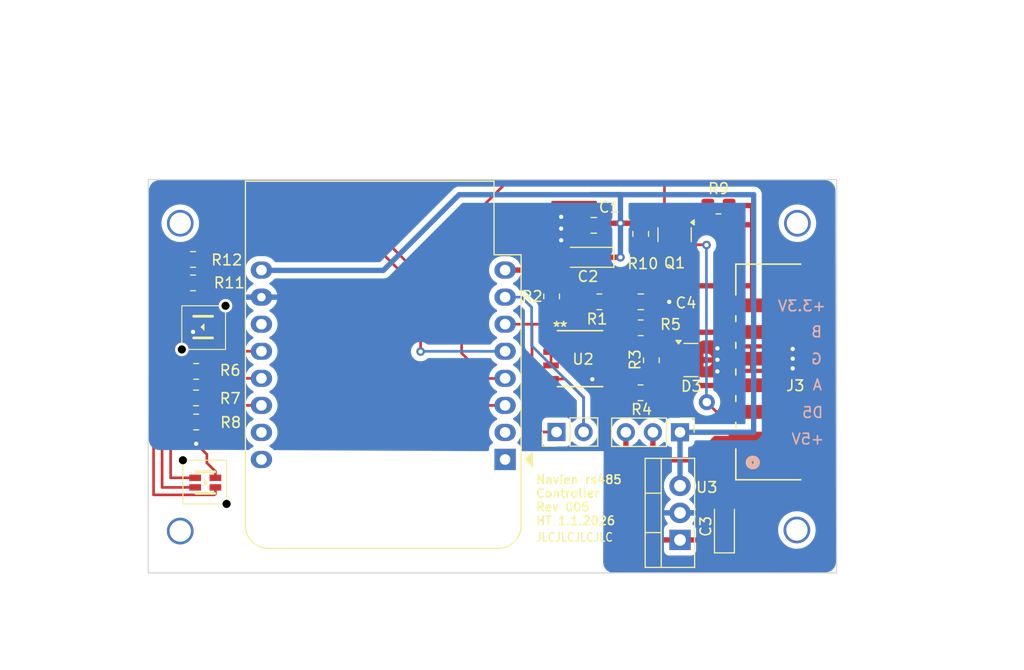
<source format=kicad_pcb>
(kicad_pcb (version 20240108) (generator "pcbnew") (generator_version "8.0")
  (layers (0 "F.Cu" signal) (31 "B.Cu" signal) (34 "B.Paste" user) (35 "F.Paste" user) (36 "B.SilkS" user "B.Silkscreen") (37 "F.SilkS" user "F.Silkscreen") (38 "B.Mask" user) (39 "F.Mask" user) (44 "Edge.Cuts" user))
  (net 0 "")
  (net 1 "+5V")
  (net 2 "GND")
  (net 3 "+3.3V")
  (net 4 "Net-(D3-A2)")
  (net 5 "Net-(D3-A1)")
  (net 6 "Net-(J1-Pin_2)")
  (net 7 "Net-(U2-*RE)")
  (net 8 "Net-(U2-B)")
  (net 9 "Net-(U2-A)")
  (net 12 "Net-(U1-SDA{slash}D2)")
  (net 13 "Net-(D1-R)")
  (net 14 "Net-(D5-R)")
  (net 15 "Net-(U1-D3)")
  (net 17 "Net-(D5-G)")
  (net 19 "/Reg Pin")
  (net 20 "Net-(Q1-D)")
  (net 21 "Net-(Q1-S)")
  (net 22 "Net-(D5-B)")
  (net 23 "Net-(U1-SCL{slash}D1)")
  (net 24 "Net-(U1-MISO{slash}D6)")
  (net 25 "Net-(U1-D0)")
  (net 27 "Net-(D1-G)")
  (net 29 "Net-(J2-Pin_1)")
  (net 30 "Net-(J2-Pin_2)")
  (footprint "Resistor_SMD:R_0805_2012Metric_Pad1.20x1.40mm_HandSolder" (layer "F.Cu") (at 119.4816 90.3224 90)
    (property "Reference" "R3" (at 0.0508 -1.529948 90) (layer "F.SilkS"))
    (property "Value" "120")
    (fp_line (start -0.227064 -0.735) (end 0.227064 -0.735) (stroke (width 0.12)) (layer "F.SilkS"))
    (fp_line (start -0.227064 0.735) (end 0.227064 0.735) (stroke (width 0.12)) (layer "F.SilkS"))
    (pad "1" smd roundrect (at -1 0 90) (size 1.2 1.4) (layers "F.Cu" "F.Paste" "F.Mask") (roundrect_rratio 0.208333) (net 4 "Net-(D3-A2)"))
    (pad "2" smd roundrect (at 1 0 90) (size 1.2 1.4) (layers "F.Cu" "F.Paste" "F.Mask") (roundrect_rratio 0.208333) (net 5 "Net-(D3-A1)"))
  )
  (footprint "Resistor_SMD:R_0805_2012Metric_Pad1.20x1.40mm_HandSolder" (layer "F.Cu") (at 118.482452 78.4552 90)
    (property "Reference" "R10" (at -2.8 0.2 0) (layer "F.SilkS"))
    (property "Value" "120")
    (fp_line (start -0.227064 -0.735) (end 0.227064 -0.735) (stroke (width 0.12)) (layer "F.SilkS"))
    (fp_line (start -0.227064 0.735) (end 0.227064 0.735) (stroke (width 0.12)) (layer "F.SilkS"))
    (pad "1" smd roundrect (at -1 0 90) (size 1.2 1.4) (layers "F.Cu" "F.Paste" "F.Mask") (roundrect_rratio 0.208333) (net 20 "Net-(Q1-D)"))
    (pad "2" smd roundrect (at 1 0 90) (size 1.2 1.4) (layers "F.Cu" "F.Paste" "F.Mask") (roundrect_rratio 0.208333) (net 1 "+5V"))
  )
  (footprint "S6B_XH_SM4_TB:CONN_S6B-XH-SM4-TB_JST" (layer "F.Cu") (at 132.533601 91.417049 90)
    (property "Reference" "J3" (at -1.292951 0.454851 0) (layer "F.SilkS"))
    (property "Value" "S6B-XH-SM4-TB")
    (fp_circle (center -8.5 -3.5) (end -8.119 -3.5) (stroke (width 0.508)) (fill none) (layer "B.SilkS"))
    (fp_line (start 10.1219 -5.1308) (end 7.23044 -5.1308) (stroke (width 0.1524)) (layer "F.SilkS"))
    (fp_line (start 5.26956 -5.1308) (end 4.73044 -5.1308) (stroke (width 0.1524)) (layer "F.SilkS"))
    (fp_line (start 2.76956 -5.1308) (end 2.23044 -5.1308) (stroke (width 0.1524)) (layer "F.SilkS"))
    (fp_line (start 0.26956 -5.1308) (end -0.26956 -5.1308) (stroke (width 0.1524)) (layer "F.SilkS"))
    (fp_line (start -2.23044 -5.1308) (end -2.76956 -5.1308) (stroke (width 0.1524)) (layer "F.SilkS"))
    (fp_line (start -4.73044 -5.1308) (end -5.26956 -5.1308) (stroke (width 0.1524)) (layer "F.SilkS"))
    (fp_line (start -7.23044 -5.1308) (end -10.1219 -5.1308) (stroke (width 0.1524)) (layer "F.SilkS"))
    (fp_line (start -10.1219 -5.1308) (end -10.1219 0.957659) (stroke (width 0.1524)) (layer "F.SilkS"))
    (fp_line (start 10.1219 0.957659) (end 10.1219 -5.1308) (stroke (width 0.1524)) (layer "F.SilkS"))
    (fp_circle (center -8.5 -3.553801) (end -8.119 -3.553801) (stroke (width 0.508)) (fill none) (layer "F.SilkS"))
    (pad "1" smd rect (at -6.25 -3.553801 90) (size 1.2954 4.4958) (layers "F.Cu" "F.Paste" "F.Mask") (net 6 "Net-(J1-Pin_2)"))
    (pad "2" smd rect (at -3.75 -3.553801 90) (size 1.2954 4.4958) (layers "F.Cu" "F.Paste" "F.Mask") (net 20 "Net-(Q1-D)"))
    (pad "3" smd rect (at -1.25 -3.553801 90) (size 1.2954 4.4958) (layers "F.Cu" "F.Paste" "F.Mask") (net 4 "Net-(D3-A2)"))
    (pad "4" smd rect (at 1.25 -3.553801 90) (size 1.2954 4.4958) (layers "F.Cu" "F.Paste" "F.Mask") (net 2 "GND"))
    (pad "5" smd rect (at 3.75 -3.553801 90) (size 1.2954 4.4958) (layers "F.Cu" "F.Paste" "F.Mask") (net 5 "Net-(D3-A1)"))
    (pad "6" smd rect (at 6.25 -3.553801 90) (size 1.2954 4.4958) (layers "F.Cu" "F.Paste" "F.Mask") (net 3 "+3.3V"))
    (pad "7" smd rect (at -9.449999 2.645199 90) (size 1.8034 2.709601) (layers "F.Cu" "F.Paste" "F.Mask"))
    (pad "8" smd rect (at 9.425849 2.645199 90) (size 1.851698 2.709601) (layers "F.Cu" "F.Paste" "F.Mask"))
  )
  (footprint "BIVAR_PIPE:LED-ARRAY-SMD_4P-L1.6-W1.5-BL-FD-WITH-PIPE-1" (layer "F.Cu") (at 77.632452 101.8052 180)
    (property "Reference" "D5" (hide yes))
    (property "Value" "LED_RKGB")
    (fp_line (start -0.889 1.016) (end 0.889 1.016) (stroke (width 0.254)) (layer "F.SilkS"))
    (fp_line (start -0.889 -1.016) (end 0.889 -1.016) (stroke (width 0.254)) (layer "F.SilkS"))
    (fp_rect (start -2 -2) (end 2.1 2.1) (stroke (width 0.1)) (fill none) (layer "F.SilkS"))
    (fp_poly (pts (xy 0.127 -0.381) (xy 0.127 0.381) (xy -0.254 0)) (fill solid) (layer "F.SilkS"))
    (pad "" np_thru_hole circle (at -2 -2 180) (size 1.524 1.524) (drill 0.762) (layers "*.Mask"))
    (pad "" np_thru_hole circle (at 2.1 2.1 180) (size 1.524 1.524) (drill 0.762) (layers "*.Mask"))
    (pad "1" smd rect (at -0.95 0.45 90) (size 0.6 1.1) (layers "F.Cu" "F.Paste" "F.Mask") (net 2 "GND"))
    (pad "2" smd rect (at 0.95 0.45 90) (size 0.6 1.1) (layers "F.Cu" "F.Paste" "F.Mask") (net 22 "Net-(D5-B)"))
    (pad "3" smd rect (at 0.95 -0.45 90) (size 0.6 1.1) (layers "F.Cu" "F.Paste" "F.Mask") (net 17 "Net-(D5-G)"))
    (pad "4" smd rect (at -0.95 -0.45 90) (size 0.6 1.1) (layers "F.Cu" "F.Paste" "F.Mask") (net 14 "Net-(D5-R)"))
  )
  (footprint "Resistor_SMD:R_0805_2012Metric_Pad1.20x1.40mm_HandSolder" (layer "F.Cu") (at 76.782452 91.366)
    (property "Reference" "R6" (at 3.1844 -0.1016 0) (layer "F.SilkS"))
    (property "Value" "3k")
    (fp_line (start -0.227064 -0.735) (end 0.227064 -0.735) (stroke (width 0.12)) (layer "F.SilkS"))
    (fp_line (start -0.227064 0.735) (end 0.227064 0.735) (stroke (width 0.12)) (layer "F.SilkS"))
    (pad "1" smd roundrect (at -1 0) (size 1.2 1.4) (layers "F.Cu" "F.Paste" "F.Mask") (roundrect_rratio 0.208333) (net 14 "Net-(D5-R)"))
    (pad "2" smd roundrect (at 1 0) (size 1.2 1.4) (layers "F.Cu" "F.Paste" "F.Mask") (roundrect_rratio 0.208333) (net 15 "Net-(U1-D3)"))
  )
  (footprint "Capacitor_SMD:C_0805_2012Metric_Pad1.18x1.45mm_HandSolder" (layer "F.Cu") (at 118.4871 84.836)
    (property "Reference" "C4" (at 4.239752 0.1016 0) (layer "F.SilkS"))
    (property "Value" "0.1 uf")
    (fp_line (start -0.261252 -0.735) (end 0.261252 -0.735) (stroke (width 0.12)) (layer "F.SilkS"))
    (fp_line (start -0.261252 0.735) (end 0.261252 0.735) (stroke (width 0.12)) (layer "F.SilkS"))
    (pad "1" smd roundrect (at -1.0375 0) (size 1.175 1.45) (layers "F.Cu" "F.Paste" "F.Mask") (roundrect_rratio 0.212766) (net 3 "+3.3V"))
    (pad "2" smd roundrect (at 1.0375 0) (size 1.175 1.45) (layers "F.Cu" "F.Paste" "F.Mask") (roundrect_rratio 0.212766) (net 2 "GND"))
  )
  (footprint "THVD1406DR:SOIC_D0008A_TEX" (layer "F.Cu") (at 112.792 90.17)
    (property "Reference" "U2" (at 0.282852 0.0508 0) (layer "F.SilkS"))
    (property "Value" "THVD1406DR")
    (fp_line (start -2.1209 2.6289) (end 2.1209 2.6289) (stroke (width 0.1524)) (layer "F.SilkS"))
    (fp_line (start 2.1209 -2.6289) (end -2.1209 -2.6289) (stroke (width 0.1524)) (layer "F.SilkS"))
    (fp_text user "*" (at -2.2004 -2.9464 0) (layer "F.SilkS"))
    (fp_text user "*" (at -1.54 -2.9464 0) (layer "F.SilkS"))
    (pad "1" smd rect (at -2.72415 -1.905) (size 1.4605 0.5588) (layers "F.Cu" "F.Paste" "F.Mask") (net 29 "Net-(J2-Pin_1)"))
    (pad "2" smd rect (at -2.72415 -0.635) (size 1.4605 0.5588) (layers "F.Cu" "F.Paste" "F.Mask") (net 7 "Net-(U2-*RE)"))
    (pad "3" smd rect (at -2.72415 0.635) (size 1.4605 0.5588) (layers "F.Cu" "F.Paste" "F.Mask") (net 7 "Net-(U2-*RE)"))
    (pad "4" smd rect (at -2.72415 1.905) (size 1.4605 0.5588) (layers "F.Cu" "F.Paste" "F.Mask") (net 30 "Net-(J2-Pin_2)"))
    (pad "5" smd rect (at 2.72415 1.905) (size 1.4605 0.5588) (layers "F.Cu" "F.Paste" "F.Mask") (net 2 "GND"))
    (pad "6" smd rect (at 2.72415 0.635) (size 1.4605 0.5588) (layers "F.Cu" "F.Paste" "F.Mask") (net 9 "Net-(U2-A)"))
    (pad "7" smd rect (at 2.72415 -0.635) (size 1.4605 0.5588) (layers "F.Cu" "F.Paste" "F.Mask") (net 8 "Net-(U2-B)"))
    (pad "8" smd rect (at 2.72415 -1.905) (size 1.4605 0.5588) (layers "F.Cu" "F.Paste" "F.Mask") (net 3 "+3.3V"))
  )
  (footprint "Resistor_SMD:R_0805_2012Metric_Pad1.20x1.40mm_HandSolder" (layer "F.Cu") (at 76.482452 83.0552)
    (property "Reference" "R11" (at 3.4 0 0) (layer "F.SilkS"))
    (property "Value" "3K")
    (fp_line (start -0.227064 -0.735) (end 0.227064 -0.735) (stroke (width 0.12)) (layer "F.SilkS"))
    (fp_line (start -0.227064 0.735) (end 0.227064 0.735) (stroke (width 0.12)) (layer "F.SilkS"))
    (pad "1" smd roundrect (at -1 0) (size 1.2 1.4) (layers "F.Cu" "F.Paste" "F.Mask") (roundrect_rratio 0.208333) (net 27 "Net-(D1-G)"))
    (pad "2" smd roundrect (at 1 0) (size 1.2 1.4) (layers "F.Cu" "F.Paste" "F.Mask") (roundrect_rratio 0.208333) (net 25 "Net-(U1-D0)"))
  )
  (footprint "Connector_PinHeader_2.54mm:PinHeader_1x03_P2.54mm_Vertical" (layer "F.Cu") (at 122.168052 97.0788 -90)
    (property "Reference" "J1" (hide yes))
    (property "Value" "Conn_01x03_MountingPin")
    (fp_line (start -1.33 6.41) (end 1.33 6.41) (stroke (width 0.12)) (layer "F.SilkS"))
    (fp_line (start -1.33 1.27) (end -1.33 6.41) (stroke (width 0.12)) (layer "F.SilkS"))
    (fp_line (start -1.33 1.27) (end 1.33 1.27) (stroke (width 0.12)) (layer "F.SilkS"))
    (fp_line (start 1.33 1.27) (end 1.33 6.41) (stroke (width 0.12)) (layer "F.SilkS"))
    (fp_line (start -1.33 0) (end -1.33 -1.33) (stroke (width 0.12)) (layer "F.SilkS"))
    (fp_line (start -1.33 -1.33) (end 0 -1.33) (stroke (width 0.12)) (layer "F.SilkS"))
    (pad "1" thru_hole rect (at 0 0 270) (size 1.7 1.7) (drill 1) (layers "*.Cu" "*.Mask") (net 1 "+5V"))
    (pad "2" thru_hole oval (at 0 2.54 270) (size 1.7 1.7) (drill 1) (layers "*.Cu" "*.Mask") (net 6 "Net-(J1-Pin_2)"))
    (pad "3" thru_hole oval (at 0 5.08 270) (size 1.7 1.7) (drill 1) (layers "*.Cu" "*.Mask") (net 19 "/Reg Pin"))
  )
  (footprint "Module:WEMOS_D1_mini_light" (layer "F.Cu") (at 105.759652 99.6352 180)
    (property "Reference" "U1" (hide yes))
    (property "Value" "WeMos_D1_mini")
    (fp_line (start 24.36 26.12) (end 24.36 -6.21) (stroke (width 0.12)) (layer "F.SilkS"))
    (fp_line (start 22.24 -8.34) (end 0.63 -8.34) (stroke (width 0.12)) (layer "F.SilkS"))
    (fp_line (start 1.04 26.12) (end 24.36 26.12) (stroke (width 0.12)) (layer "F.SilkS"))
    (fp_line (start 1.04 19.22) (end 1.04 26.12) (stroke (width 0.12)) (layer "F.SilkS"))
    (fp_line (start -1.5 19.22) (end 1.04 19.22) (stroke (width 0.12)) (layer "F.SilkS"))
    (fp_line (start -1.5 19.22) (end -1.5 -6.21) (stroke (width 0.12)) (layer "F.SilkS"))
    (fp_arc (start 22.23 -8.34) (mid 23.736137 -7.716137) (end 24.36 -6.21) (stroke (width 0.12)) (layer "F.SilkS"))
    (fp_arc (start -1.5 -6.21) (mid -0.876137 -7.716137) (end 0.63 -8.34) (stroke (width 0.12)) (layer "F.SilkS"))
    (fp_poly (pts (xy -2.54 -0.635) (xy -2.54 0.635) (xy -1.905 0)) (stroke (width 0.15)) (fill solid) (layer "F.SilkS"))
    (pad "1" thru_hole rect (at 0 0 180) (size 2 2) (drill 1) (layers "*.Cu" "*.Mask"))
    (pad "2" thru_hole oval (at 0 2.54 180) (size 2 1.6) (drill 1) (layers "*.Cu" "*.Mask"))
    (pad "3" thru_hole oval (at 0 5.08 180) (size 2 1.6) (drill 1) (layers "*.Cu" "*.Mask") (net 25 "Net-(U1-D0)"))
    (pad "4" thru_hole oval (at 0 7.62 180) (size 2 1.6) (drill 1) (layers "*.Cu" "*.Mask") (net 21 "Net-(Q1-S)"))
    (pad "5" thru_hole oval (at 0 10.16 180) (size 2 1.6) (drill 1) (layers "*.Cu" "*.Mask") (net 24 "Net-(U1-MISO{slash}D6)"))
    (pad "6" thru_hole oval (at 0 12.7 180) (size 2 1.6) (drill 1) (layers "*.Cu" "*.Mask") (net 29 "Net-(J2-Pin_1)"))
    (pad "7" thru_hole oval (at 0 15.24 180) (size 2 1.6) (drill 1) (layers "*.Cu" "*.Mask") (net 30 "Net-(J2-Pin_2)"))
    (pad "8" thru_hole oval (at 0 17.78 180) (size 2 1.6) (drill 1) (layers "*.Cu" "*.Mask") (net 3 "+3.3V"))
    (pad "9" thru_hole oval (at 22.86 17.78 180) (size 2 1.6) (drill 1) (layers "*.Cu" "*.Mask") (net 1 "+5V"))
    (pad "10" thru_hole oval (at 22.86 15.24 180) (size 2 1.6) (drill 0.8) (layers "*.Cu" "*.Mask") (net 2 "GND") (clearance 0.2))
    (pad "11" thru_hole oval (at 22.86 12.7 180) (size 2 1.6) (drill 1) (layers "*.Cu" "*.Mask"))
    (pad "12" thru_hole oval (at 22.86 10.16 180) (size 2 1.6) (drill 1) (layers "*.Cu" "*.Mask") (net 15 "Net-(U1-D3)"))
    (pad "13" thru_hole oval (at 22.86 7.62 180) (size 2 1.6) (drill 1) (layers "*.Cu" "*.Mask") (net 12 "Net-(U1-SDA{slash}D2)"))
    (pad "14" thru_hole oval (at 22.86 5.08 180) (size 2 1.6) (drill 1) (layers "*.Cu" "*.Mask") (net 23 "Net-(U1-SCL{slash}D1)"))
    (pad "15" thru_hole oval (at 22.86 2.54 180) (size 2 1.6) (drill 1) (layers "*.Cu" "*.Mask"))
    (pad "16" thru_hole oval (at 22.86 0 180) (size 2 1.6) (drill 1) (layers "*.Cu" "*.Mask"))
  )
  (footprint "Capacitor_Tantalum_SMD:CP_EIA-3216-18_Kemet-A_Pad1.58x1.35mm_HandSolder" (layer "F.Cu") (at 126.333652 105.918 90)
    (property "Reference" "C3" (at 0 -1.75 90) (layer "F.SilkS"))
    (property "Value" "47uf")
    (fp_line (start 1.6 -0.935) (end -2.485 -0.935) (stroke (width 0.12)) (layer "F.SilkS"))
    (fp_line (start -2.485 -0.935) (end -2.485 0.935) (stroke (width 0.12)) (layer "F.SilkS"))
    (fp_line (start -2.485 0.935) (end 1.6 0.935) (stroke (width 0.12)) (layer "F.SilkS"))
    (pad "1" smd roundrect (at -1.4375 0 90) (size 1.575 1.35) (layers "F.Cu" "F.Paste" "F.Mask") (roundrect_rratio 0.185185) (net 19 "/Reg Pin"))
    (pad "2" smd roundrect (at 1.4375 0 90) (size 1.575 1.35) (layers "F.Cu" "F.Paste" "F.Mask") (roundrect_rratio 0.185185) (net 2 "GND"))
  )
  (footprint "MountingHole:MountingHole_2.2mm_M2" (layer "F.Cu") (at 133.132452 106.2552)
    (property "Reference" "REF3" (hide yes))
    (property "Value" "MountingHole_2.2mm_M2" (hide yes))
    (pad "3" thru_hole circle (at 0 0) (size 2.5 2.5) (drill 2) (layers "*.Cu" "*.Mask"))
  )
  (footprint "BIVAR_PIPE:LED-ARRAY-SMD_4P-L1.6-W1.5-BL-FD-WITH-PIPE-2" (layer "F.Cu") (at 77.432452 87.2052)
    (property "Reference" "D1" (hide yes))
    (property "Value" "LED_RKGB")
    (fp_line (start -0.889 -1.016) (end 0.889 -1.016) (stroke (width 0.254)) (layer "F.SilkS"))
    (fp_line (start -0.889 1.016) (end 0.889 1.016) (stroke (width 0.254)) (layer "F.SilkS"))
    (fp_rect (start -2 -2) (end 2.1 2.1) (stroke (width 0.1)) (fill none) (layer "F.SilkS"))
    (fp_poly (pts (xy 0.127 -0.381) (xy 0.127 0.381) (xy -0.254 0)) (fill solid) (layer "F.SilkS"))
    (pad "" np_thru_hole circle (at -2 2.1) (size 1.524 1.524) (drill 0.762) (layers "*.Mask"))
    (pad "" np_thru_hole circle (at 2.1 -2) (size 1.524 1.524) (drill 0.762) (layers "*.Mask"))
    (pad "1" smd rect (at -0.95 0.45 270) (size 0.6 1.1) (layers "F.Cu" "F.Paste" "F.Mask") (net 2 "GND"))
    (pad "2" smd rect (at 0.95 0.45 270) (size 0.6 1.1) (layers "F.Cu" "F.Paste" "F.Mask"))
    (pad "3" smd rect (at 0.95 -0.45 270) (size 0.6 1.1) (layers "F.Cu" "F.Paste" "F.Mask") (net 27 "Net-(D1-G)"))
    (pad "4" smd rect (at -0.95 -0.45 270) (size 0.6 1.1) (layers "F.Cu" "F.Paste" "F.Mask") (net 13 "Net-(D1-R)"))
  )
  (footprint "Resistor_SMD:R_0805_2012Metric_Pad1.20x1.40mm_HandSolder" (layer "F.Cu") (at 76.766452 93.8552)
    (property "Reference" "R7" (at 3.2004 0.0508 0) (layer "F.SilkS"))
    (property "Value" "3k")
    (fp_line (start -0.227064 -0.735) (end 0.227064 -0.735) (stroke (width 0.12)) (layer "F.SilkS"))
    (fp_line (start -0.227064 0.735) (end 0.227064 0.735) (stroke (width 0.12)) (layer "F.SilkS"))
    (pad "1" smd roundrect (at -1 0) (size 1.2 1.4) (layers "F.Cu" "F.Paste" "F.Mask") (roundrect_rratio 0.208333) (net 17 "Net-(D5-G)"))
    (pad "2" smd roundrect (at 1 0) (size 1.2 1.4) (layers "F.Cu" "F.Paste" "F.Mask") (roundrect_rratio 0.208333) (net 12 "Net-(U1-SDA{slash}D2)"))
  )
  (footprint "Resistor_SMD:R_0805_2012Metric_Pad1.20x1.40mm_HandSolder" (layer "F.Cu") (at 76.782452 96.116)
    (property "Reference" "R8" (at 3.2352 0.0508 0) (layer "F.SilkS"))
    (property "Value" "2k")
    (fp_line (start -0.227064 -0.735) (end 0.227064 -0.735) (stroke (width 0.12)) (layer "F.SilkS"))
    (fp_line (start -0.227064 0.735) (end 0.227064 0.735) (stroke (width 0.12)) (layer "F.SilkS"))
    (pad "1" smd roundrect (at -1 0) (size 1.2 1.4) (layers "F.Cu" "F.Paste" "F.Mask") (roundrect_rratio 0.208333) (net 22 "Net-(D5-B)"))
    (pad "2" smd roundrect (at 1 0) (size 1.2 1.4) (layers "F.Cu" "F.Paste" "F.Mask") (roundrect_rratio 0.208333) (net 23 "Net-(U1-SCL{slash}D1)"))
  )
  (footprint "MountingHole:MountingHole_2.2mm_M2" (layer "F.Cu") (at 75.2856 77.4552)
    (property "Reference" "REF1" (hide yes))
    (property "Value" "MountingHole_2.2mm_M2")
    (pad "1" thru_hole circle (at 0 0) (size 2.5 2.5) (drill 2) (layers "*.Cu" "*.Mask"))
  )
  (footprint "Capacitor_Tantalum_SMD:CP_EIA-3216-18_Kemet-A_Pad1.58x1.35mm_HandSolder" (layer "F.Cu") (at 113.482452 80.6552 180)
    (property "Reference" "C2" (at -0.05 -1.8 0) (layer "F.SilkS"))
    (property "Value" "47uf")
    (fp_line (start 1.6 -0.935) (end -2.485 -0.935) (stroke (width 0.12)) (layer "F.SilkS"))
    (fp_line (start -2.485 0.935) (end 1.6 0.935) (stroke (width 0.12)) (layer "F.SilkS"))
    (fp_line (start -2.485 -0.935) (end -2.485 0.935) (stroke (width 0.12)) (layer "F.SilkS"))
    (pad "1" smd roundrect (at -1.4375 0 180) (size 1.575 1.35) (layers "F.Cu" "F.Paste" "F.Mask") (roundrect_rratio 0.185185) (net 1 "+5V"))
    (pad "2" smd roundrect (at 1.4375 0 180) (size 1.575 1.35) (layers "F.Cu" "F.Paste" "F.Mask") (roundrect_rratio 0.185185) (net 2 "GND"))
  )
  (footprint "Capacitor_SMD:C_0805_2012Metric_Pad1.18x1.45mm_HandSolder" (layer "F.Cu") (at 114.082452 77.6552 180)
    (property "Reference" "C1" (at -1.45 1.7 0) (layer "F.SilkS"))
    (property "Value" "0.1 uf")
    (fp_line (start -0.261252 0.735) (end 0.261252 0.735) (stroke (width 0.12)) (layer "F.SilkS"))
    (fp_line (start -0.261252 -0.735) (end 0.261252 -0.735) (stroke (width 0.12)) (layer "F.SilkS"))
    (pad "1" smd roundrect (at -1.0375 0 180) (size 1.175 1.45) (layers "F.Cu" "F.Paste" "F.Mask") (roundrect_rratio 0.212766) (net 1 "+5V"))
    (pad "2" smd roundrect (at 1.0375 0 180) (size 1.175 1.45) (layers "F.Cu" "F.Paste" "F.Mask") (roundrect_rratio 0.212766) (net 2 "GND"))
  )
  (footprint "Connector_PinHeader_2.54mm:PinHeader_1x02_P2.54mm_Vertical" (layer "F.Cu") (at 110.582452 97.0552 90)
    (property "Reference" "J2" (hide yes))
    (property "Value" "Conn_01x02")
    (fp_line (start -1.33 -1.33) (end 0 -1.33) (stroke (width 0.12)) (layer "F.SilkS"))
    (fp_line (start -1.33 0) (end -1.33 -1.33) (stroke (width 0.12)) (layer "F.SilkS"))
    (fp_line (start 1.33 1.27) (end 1.33 3.87) (stroke (width 0.12)) (layer "F.SilkS"))
    (fp_line (start -1.33 1.27) (end 1.33 1.27) (stroke (width 0.12)) (layer "F.SilkS"))
    (fp_line (start -1.33 1.27) (end -1.33 3.87) (stroke (width 0.12)) (layer "F.SilkS"))
    (fp_line (start -1.33 3.87) (end 1.33 3.87) (stroke (width 0.12)) (layer "F.SilkS"))
    (pad "1" thru_hole rect (at 0 0 90) (size 1.7 1.7) (drill 1) (layers "*.Cu" "*.Mask") (net 29 "Net-(J2-Pin_1)"))
    (pad "2" thru_hole oval (at 0 2.54 90) (size 1.7 1.7) (drill 1) (layers "*.Cu" "*.Mask") (net 30 "Net-(J2-Pin_2)"))
  )
  (footprint "Resistor_SMD:R_0805_2012Metric_Pad1.20x1.40mm_HandSolder" (layer "F.Cu") (at 118.4816 87.2744 180)
    (property "Reference" "R5" (at -2.800852 0.3192 0) (layer "F.SilkS"))
    (property "Value" "10")
    (fp_line (start -0.227064 0.735) (end 0.227064 0.735) (stroke (width 0.12)) (layer "F.SilkS"))
    (fp_line (start -0.227064 -0.735) (end 0.227064 -0.735) (stroke (width 0.12)) (layer "F.SilkS"))
    (pad "1" smd roundrect (at -1 0 180) (size 1.2 1.4) (layers "F.Cu" "F.Paste" "F.Mask") (roundrect_rratio 0.208333) (net 5 "Net-(D3-A1)"))
    (pad "2" smd roundrect (at 1 0 180) (size 1.2 1.4) (layers "F.Cu" "F.Paste" "F.Mask") (roundrect_rratio 0.208333) (net 8 "Net-(U2-B)"))
  )
  (footprint "MountingHole:MountingHole_2.2mm_M2" (layer "F.Cu") (at 75.2856 106.3552)
    (property "Reference" "REF4" (hide yes))
    (property "Value" "MountingHole_2.2mm_M2")
    (pad "2" thru_hole circle (at 0 0) (size 2.5 2.5) (drill 2) (layers "*.Cu" "*.Mask"))
  )
  (footprint "Resistor_SMD:R_0805_2012Metric_Pad1.20x1.40mm_HandSolder" (layer "F.Cu") (at 114.598852 84.836 180)
    (property "Reference" "R1" (at 0.2164 -1.6192 0) (layer "F.SilkS"))
    (property "Value" "10k")
    (fp_line (start -0.227064 0.735) (end 0.227064 0.735) (stroke (width 0.12)) (layer "F.SilkS"))
    (fp_line (start -0.227064 -0.735) (end 0.227064 -0.735) (stroke (width 0.12)) (layer "F.SilkS"))
    (pad "1" smd roundrect (at -1 0 180) (size 1.2 1.4) (layers "F.Cu" "F.Paste" "F.Mask") (roundrect_rratio 0.208333) (net 3 "+3.3V"))
    (pad "2" smd roundrect (at 1 0 180) (size 1.2 1.4) (layers "F.Cu" "F.Paste" "F.Mask") (roundrect_rratio 0.208333) (net 7 "Net-(U2-*RE)"))
  )
  (footprint "Resistor_SMD:R_0805_2012Metric_Pad1.20x1.40mm_HandSolder" (layer "F.Cu") (at 118.4656 93.3704 180)
    (property "Reference" "R4" (at -0.095652 -1.5748 0) (layer "F.SilkS"))
    (property "Value" "10")
    (fp_line (start -0.227064 0.735) (end 0.227064 0.735) (stroke (width 0.12)) (layer "F.SilkS"))
    (fp_line (start -0.227064 -0.735) (end 0.227064 -0.735) (stroke (width 0.12)) (layer "F.SilkS"))
    (pad "1" smd roundrect (at -1 0 180) (size 1.2 1.4) (layers "F.Cu" "F.Paste" "F.Mask") (roundrect_rratio 0.208333) (net 4 "Net-(D3-A2)"))
    (pad "2" smd roundrect (at 1 0 180) (size 1.2 1.4) (layers "F.Cu" "F.Paste" "F.Mask") (roundrect_rratio 0.208333) (net 9 "Net-(U2-A)"))
  )
  (footprint "Package_TO_SOT_THT:TO-220-3_Vertical" (layer "F.Cu") (at 122.168052 107.188 90)
    (property "Reference" "U3" (at 4.9328 2.5144 0) (layer "F.SilkS"))
    (property "Value" "LM7805_TO220")
    (fp_line (start 7.66 -3.27) (end 7.66 1.371) (stroke (width 0.12)) (layer "F.SilkS"))
    (fp_line (start 4.391 -3.27) (end 4.391 -1.76) (stroke (width 0.12)) (layer "F.SilkS"))
    (fp_line (start 0.69 -3.27) (end 0.69 -1.76) (stroke (width 0.12)) (layer "F.SilkS"))
    (fp_line (start -2.58 -3.27) (end 7.66 -3.27) (stroke (width 0.12)) (layer "F.SilkS"))
    (fp_line (start -2.58 -3.27) (end -2.58 1.371) (stroke (width 0.12)) (layer "F.SilkS"))
    (fp_line (start -2.58 -1.76) (end 7.66 -1.76) (stroke (width 0.12)) (layer "F.SilkS"))
    (fp_line (start -2.58 1.371) (end 7.66 1.371) (stroke (width 0.12)) (layer "F.SilkS"))
    (pad "1" thru_hole rect (at 0 0 90) (size 1.905 2) (drill 1.1) (layers "*.Cu" "*.Mask") (net 19 "/Reg Pin"))
    (pad "2" thru_hole oval (at 2.54 0 90) (size 1.905 2) (drill 1.1) (layers "*.Cu" "*.Mask") (net 2 "GND"))
    (pad "3" thru_hole oval (at 5.08 0 90) (size 1.905 2) (drill 1.1) (layers "*.Cu" "*.Mask") (net 1 "+5V"))
  )
  (footprint "Package_TO_SOT_SMD:SOT-23" (layer "F.Cu") (at 123.19 90.297)
    (property "Reference" "D3" (at 0.044852 2.4638 0) (layer "F.SilkS"))
    (property "Value" "PSM712-LF-T7")
    (fp_line (start 0 -1.56) (end -0.65 -1.56) (stroke (width 0.12)) (layer "F.SilkS"))
    (fp_line (start 0 -1.56) (end 0.65 -1.56) (stroke (width 0.12)) (layer "F.SilkS"))
    (fp_line (start 0 1.56) (end -0.65 1.56) (stroke (width 0.12)) (layer "F.SilkS"))
    (fp_line (start 0 1.56) (end 0.65 1.56) (stroke (width 0.12)) (layer "F.SilkS"))
    (fp_poly (pts (xy -1.1625 -1.51) (xy -1.4025 -1.84) (xy -0.9225 -1.84) (xy -1.1625 -1.51)) (stroke (width 0.12)) (fill solid) (layer "F.SilkS"))
    (pad "1" smd roundrect (at -0.9375 -0.95) (size 1.475 0.6) (layers "F.Cu" "F.Paste" "F.Mask") (net 5 "Net-(D3-A1)"))
    (pad "2" smd roundrect (at -0.9375 0.95) (size 1.475 0.6) (layers "F.Cu" "F.Paste" "F.Mask") (net 4 "Net-(D3-A2)"))
    (pad "3" smd roundrect (at 0.9375 0) (size 1.475 0.6) (layers "F.Cu" "F.Paste" "F.Mask") (net 2 "GND"))
  )
  (footprint "Resistor_SMD:R_0805_2012Metric_Pad1.20x1.40mm_HandSolder" (layer "F.Cu") (at 125.774852 75.8444)
    (property "Reference" "R9" (at 0.0076 -1.6392 0) (layer "F.SilkS"))
    (property "Value" "10k")
    (fp_line (start -0.227064 -0.735) (end 0.227064 -0.735) (stroke (width 0.12)) (layer "F.SilkS"))
    (fp_line (start -0.227064 0.735) (end 0.227064 0.735) (stroke (width 0.12)) (layer "F.SilkS"))
    (pad "1" smd roundrect (at -1 0) (size 1.2 1.4) (layers "F.Cu" "F.Paste" "F.Mask") (roundrect_rratio 0.208333) (net 21 "Net-(Q1-S)"))
    (pad "2" smd roundrect (at 1 0) (size 1.2 1.4) (layers "F.Cu" "F.Paste" "F.Mask") (roundrect_rratio 0.208333) (net 3 "+3.3V"))
  )
  (footprint "MountingHole:MountingHole_2.2mm_M2" (layer "F.Cu") (at 133.182452 77.4552)
    (property "Reference" "REF2" (hide yes))
    (property "Value" "MountingHole_2.2mm_M2")
    (pad "4" thru_hole circle (at 0 0) (size 2.5 2.5) (drill 2) (layers "*.Cu" "*.Mask"))
  )
  (footprint "Package_TO_SOT_SMD:SOT-23" (layer "F.Cu") (at 121.660052 78.5368 -90)
    (property "Reference" "Q1" (at 2.6416 0 0) (layer "F.SilkS"))
    (property "Value" "2n7002")
    (fp_line (start 0 1.56) (end -0.65 1.56) (stroke (width 0.12)) (layer "F.SilkS"))
    (fp_line (start 0 1.56) (end 0.65 1.56) (stroke (width 0.12)) (layer "F.SilkS"))
    (fp_line (start 0 -1.56) (end -0.65 -1.56) (stroke (width 0.12)) (layer "F.SilkS"))
    (fp_line (start 0 -1.56) (end 0.65 -1.56) (stroke (width 0.12)) (layer "F.SilkS"))
    (fp_poly (pts (xy -1.1625 -1.51) (xy -1.4025 -1.84) (xy -0.9225 -1.84) (xy -1.1625 -1.51)) (stroke (width 0.12)) (fill solid) (layer "F.SilkS"))
    (pad "1" smd roundrect (at -0.9375 -0.95 270) (size 1.475 0.6) (layers "F.Cu" "F.Paste" "F.Mask") (net 3 "+3.3V"))
    (pad "2" smd roundrect (at -0.9375 0.95 270) (size 1.475 0.6) (layers "F.Cu" "F.Paste" "F.Mask") (net 21 "Net-(Q1-S)"))
    (pad "3" smd roundrect (at 0.9375 0 270) (size 1.475 0.6) (layers "F.Cu" "F.Paste" "F.Mask") (net 20 "Net-(Q1-D)"))
  )
  (footprint "Resistor_SMD:R_0805_2012Metric_Pad1.20x1.40mm_HandSolder" (layer "F.Cu") (at 76.482452 80.8552)
    (property "Reference" "R12" (at 3.1684 0.0508 0) (layer "F.SilkS"))
    (property "Value" "3K")
    (fp_line (start -0.227064 -0.735) (end 0.227064 -0.735) (stroke (width 0.12)) (layer "F.SilkS"))
    (fp_line (start -0.227064 0.735) (end 0.227064 0.735) (stroke (width 0.12)) (layer "F.SilkS"))
    (pad "1" smd roundrect (at -1 0) (size 1.2 1.4) (layers "F.Cu" "F.Paste" "F.Mask") (roundrect_rratio 0.208333) (net 13 "Net-(D1-R)"))
    (pad "2" smd roundrect (at 1 0) (size 1.2 1.4) (layers "F.Cu" "F.Paste" "F.Mask") (roundrect_rratio 0.208333) (net 24 "Net-(U1-MISO{slash}D6)"))
  )
  (footprint "Resistor_SMD:R_0805_2012Metric_Pad1.20x1.40mm_HandSolder" (layer "F.Cu") (at 110.125 84.328 -90)
    (property "Reference" "R2" (at 0 1.825348 0) (layer "F.SilkS"))
    (property "Value" "10k")
    (fp_line (start -0.227064 0.735) (end 0.227064 0.735) (stroke (width 0.12)) (layer "F.SilkS"))
    (fp_line (start -0.227064 -0.735) (end 0.227064 -0.735) (stroke (width 0.12)) (layer "F.SilkS"))
    (pad "1" smd roundrect (at -1 0 270) (size 1.2 1.4) (layers "F.Cu" "F.Paste" "F.Mask") (roundrect_rratio 0.208333) (net 3 "+3.3V"))
    (pad "2" smd roundrect (at 1 0 270) (size 1.2 1.4) (layers "F.Cu" "F.Paste" "F.Mask") (roundrect_rratio 0.208333) (net 29 "Net-(J2-Pin_1)"))
  )
  (gr_rect (start 72.282452 73.3552) (end 136.861147 110.2868) (stroke (width 0.1)) (fill none) (layer "Edge.Cuts"))
  (gr_text "+5V" (at 135.782452 98.298 0) (layer "B.SilkS") (effects (font (size 1 1)) (justify left bottom mirror)))
  (gr_text "+3.3V" (at 135.934852 85.8012 0) (layer "B.SilkS") (effects (font (size 1 1)) (justify left bottom mirror)))
  (gr_text "A" (at 135.579252 93.218 0) (layer "B.SilkS") (effects (font (size 1 1)) (justify left bottom mirror)))
  (gr_text "D5" (at 135.680852 95.8088 0) (layer "B.SilkS") (effects (font (size 1 1)) (justify left bottom mirror)))
  (gr_text "G" (at 135.579252 90.7796 0) (layer "B.SilkS") (effects (font (size 1 1)) (justify left bottom mirror)))
  (gr_text "B" (at 135.579252 88.2396 0) (layer "B.SilkS") (effects (font (size 1 1)) (justify left bottom mirror)))
  (gr_text "JLCJLCJLCJLC" (at 108.582452 107.4052 0) (layer "F.SilkS") (effects (font (size 0.8 0.7) (thickness 0.12) (bold yes)) (justify left bottom)))
  (gr_text "Navien rs485 \nController\nRev 005\nHT 1.1.2026" (at 108.582452 105.8552 0) (layer "F.SilkS") (effects (font (size 0.8 0.8)) (justify left bottom)))
  (segment (start 118.482452 77.4552) (end 114.982452 77.4552) (width 0.5) (layer "F.Cu") (net 1))
  (segment (start 116.582452 80.6552) (end 114.919952 80.6552) (width 0.5) (layer "F.Cu") (net 1))
  (segment (start 114.982452 77.4552) (end 114.982452 80.2552) (width 0.5) (layer "F.Cu") (net 1))
  (via (at 116.582452 80.6552) (size 0.8) (drill 0.4) (layers "F.Cu" "B.Cu") (net 1))
  (via (at 116.582452 77.4552) (size 0.8) (drill 0.4) (layers "F.Cu" "B.Cu") (net 1))
  (segment (start 116.582452 74.7776) (end 113.887652 74.7776) (width 0.5) (layer "B.Cu") (net 1))
  (segment (start 122.168052 97.0788) (end 129.076852 97.0788) (width 0.5) (layer "B.Cu") (net 1))
  (segment (start 116.582452 80.6552) (end 116.582452 74.7776) (width 0.5) (layer "B.Cu") (net 1))
  (segment (start 82.924652 81.8802) (end 94.339052 81.8802) (width 0.5) (layer "B.Cu") (net 1))
  (segment (start 122.168052 102.108) (end 122.168052 97.0788) (width 0.5) (layer "B.Cu") (net 1))
  (segment (start 129.076852 97.0788) (end 129.076852 74.7776) (width 0.5) (layer "B.Cu") (net 1))
  (segment (start 82.899652 81.8552) (end 82.924652 81.8802) (width 0.5) (layer "B.Cu") (net 1))
  (segment (start 129.076852 74.7776) (end 113.887652 74.7776) (width 0.5) (layer "B.Cu") (net 1))
  (segment (start 101.441652 74.7776) (end 113.887652 74.7776) (width 0.5) (layer "B.Cu") (net 1))
  (segment (start 94.339052 81.8802) (end 101.441652 74.7776) (width 0.5) (layer "B.Cu") (net 1))
  (segment (start 122.168052 104.648) (end 125.927252 104.648) (width 0.5) (layer "F.Cu") (net 2))
  (segment (start 77.782452 99.1552) (end 77.782452 99.9552) (width 0.25) (layer "F.Cu") (net 2))
  (segment (start 113.9444 92.1004) (end 113.9698 92.075) (width 0.5) (layer "F.Cu") (net 2))
  (segment (start 76.782452 98.1552) (end 77.782452 99.1552) (width 0.25) (layer "F.Cu") (net 2))
  (segment (start 113.9698 92.075) (end 115.51615 92.075) (width 0.5) (layer "F.Cu") (net 2))
  (segment (start 77.782452 99.9552) (end 78.582452 100.7552) (width 0.25) (layer "F.Cu") (net 2))
  (segment (start 125.927252 104.648) (end 126.181252 104.902) (width 0.5) (layer "F.Cu") (net 2))
  (segment (start 121.158 84.836) (end 119.5246 84.836) (width 0.5) (layer "F.Cu") (net 2))
  (segment (start 78.582452 100.7552) (end 78.582452 101.3552) (width 0.25) (layer "F.Cu") (net 2))
  (via blind (at 76.482452 87.6552) (size 0.8) (drill 0.4) (layers "F.Cu" "B.Cu") (net 2))
  (via blind (at 132.7404 89.2556) (size 0.8) (drill 0.4) (layers "F.Cu" "B.Cu") (net 2))
  (via blind (at 113.9444 92.1004) (size 0.8) (drill 0.4) (layers "F.Cu" "B.Cu") (net 2))
  (via blind (at 132.7404 90.17) (size 0.8) (drill 0.4) (layers "F.Cu" "B.Cu") (net 2))
  (via blind (at 125.6792 90.2716) (size 0.8) (drill 0.4) (layers "F.Cu" "B.Cu") (net 2))
  (via blind (at 125.670614 91.371569) (size 0.8) (drill 0.4) (layers "F.Cu" "B.Cu") (net 2))
  (via blind (at 121.158 84.836) (size 0.8) (drill 0.4) (layers "F.Cu" "B.Cu") (net 2))
  (via blind (at 111.019952 76.8552) (size 0.8) (drill 0.4) (layers "F.Cu" "B.Cu") (net 2))
  (via blind (at 111.019952 77.9552) (size 0.8) (drill 0.4) (layers "F.Cu" "B.Cu") (net 2))
  (via blind (at 125.673252 89.2048) (size 0.8) (drill 0.4) (layers "F.Cu" "B.Cu") (net 2))
  (via blind (at 111.019952 79.0552) (size 0.8) (drill 0.4) (layers "F.Cu" "B.Cu") (net 2))
  (via blind (at 76.782452 98.1552) (size 0.8) (drill 0.4) (layers "F.Cu" "B.Cu") (net 2))
  (via blind (at 132.7404 91.0844) (size 0.8) (drill 0.4) (layers "F.Cu" "B.Cu") (net 2))
  (segment (start 115.582452 83.328) (end 128.9638 83.328) (width 0.5) (layer "F.Cu") (net 3))
  (segment (start 128.975252 77.6224) (end 128.975252 83.307452) (width 0.5) (layer "F.Cu") (net 3))
  (segment (start 128.952152 77.5993) (end 128.975252 77.6224) (width 0.5) (layer "F.Cu") (net 3))
  (segment (start 128.975252 83.307452) (end 128.9798 83.312) (width 0.5) (layer "F.Cu") (net 3))
  (segment (start 115.586 88.19515) (end 115.51615 88.265) (width 0.5) (layer "F.Cu") (net 3))
  (segment (start 109.082452 81.8552) (end 110.125 82.897748) (width 0.5) (layer "F.Cu") (net 3))
  (segment (start 110.125 82.897748) (end 110.125 83.328) (width 0.5) (layer "F.Cu") (net 3))
  (segment (start 115.586 84.836) (end 115.586 88.19515) (width 0.5) (layer "F.Cu") (net 3))
  (segment (start 115.598852 84.836) (end 115.598852 83.3444) (width 0.5) (layer "F.Cu") (net 3))
  (segment (start 117.4496 84.836) (end 115.586 84.836) (width 0.5) (layer "F.Cu") (net 3))
  (segment (start 128.9638 83.328) (end 128.9798 83.312) (width 0.5) (layer "F.Cu") (net 3))
  (segment (start 127.232052 75.7936) (end 126.774852 76.2508) (width 0.5) (layer "F.Cu") (net 3))
  (segment (start 128.9798 85.167049) (end 128.9798 83.312) (width 0.5) (layer "F.Cu") (net 3))
  (segment (start 105.759652 81.8552) (end 109.082452 81.8552) (width 0.5) (layer "F.Cu") (net 3))
  (segment (start 110.125 83.328) (end 115.582452 83.328) (width 0.5) (layer "F.Cu") (net 3))
  (segment (start 115.598852 83.3444) (end 115.582452 83.328) (width 0.5) (layer "F.Cu") (net 3))
  (segment (start 128.975252 77.6224) (end 128.975252 75.7936) (width 0.5) (layer "F.Cu") (net 3))
  (segment (start 122.610052 77.5993) (end 128.952152 77.5993) (width 0.5) (layer "F.Cu") (net 3))
  (segment (start 128.975252 75.7936) (end 127.232052 75.7936) (width 0.5) (layer "F.Cu") (net 3))
  (segment (start 119.4816 91.3224) (end 119.4816 93.3544) (width 0.25) (layer "F.Cu") (net 4))
  (segment (start 122.2525 92.6469) (end 122.2956 92.69) (width 0.25) (layer "F.Cu") (net 4))
  (segment (start 122.2525 91.247) (end 122.2525 92.6469) (width 0.5) (layer "F.Cu") (net 4))
  (segment (start 122.2956 92.69) (end 128.399199 92.69) (width 0.5) (layer "F.Cu") (net 4))
  (segment (start 119.557 91.247) (end 122.2525 91.247) (width 0.5) (layer "F.Cu") (net 4))
  (segment (start 122.2248 89.347) (end 119.5062 89.347) (width 0.5) (layer "F.Cu") (net 5))
  (segment (start 122.2664 87.69) (end 122.2248 87.7316) (width 0.25) (layer "F.Cu") (net 5))
  (segment (start 122.2248 87.7316) (end 122.2248 89.347) (width 0.5) (layer "F.Cu") (net 5))
  (segment (start 119.4816 87.2744) (end 119.4816 89.3224) (width 0.25) (layer "F.Cu") (net 5))
  (segment (start 128.956849 87.69) (end 122.2664 87.69) (width 0.5) (layer "F.Cu") (net 5))
  (segment (start 119.628052 98.5012) (end 120.796452 99.6696) (width 0.5) (layer "F.Cu") (net 6))
  (segment (start 123.488852 99.6696) (end 125.491403 97.667049) (width 0.5) (layer "F.Cu") (net 6))
  (segment (start 120.796452 99.6696) (end 123.488852 99.6696) (width 0.5) (layer "F.Cu") (net 6))
  (segment (start 119.628052 97.0788) (end 119.628052 98.5012) (width 0.5) (layer "F.Cu") (net 6))
  (segment (start 125.491403 97.667049) (end 128.9798 97.667049) (width 0.5) (layer "F.Cu") (net 6))
  (segment (start 112.211252 84.836) (end 113.716452 84.836) (width 0.25) (layer "F.Cu") (net 7))
  (segment (start 110.06785 89.535) (end 110.06785 90.805) (width 0.25) (layer "F.Cu") (net 7))
  (segment (start 111.379 89.535) (end 112.211252 88.702748) (width 0.25) (layer "F.Cu") (net 7))
  (segment (start 112.211252 88.702748) (end 112.211252 84.836) (width 0.25) (layer "F.Cu") (net 7))
  (segment (start 110.06785 89.535) (end 111.379 89.535) (width 0.25) (layer "F.Cu") (net 7))
  (segment (start 115.51615 89.535) (end 116.5058 89.535) (width 0.25) (layer "F.Cu") (net 8))
  (segment (start 117.4816 88.5592) (end 117.4816 87.2744) (width 0.25) (layer "F.Cu") (net 8))
  (segment (start 116.5058 89.535) (end 117.4816 88.5592) (width 0.25) (layer "F.Cu") (net 8))
  (segment (start 117.4656 91.7648) (end 117.4656 93.3704) (width 0.25) (layer "F.Cu") (net 9))
  (segment (start 116.5058 90.805) (end 117.4656 91.7648) (width 0.25) (layer "F.Cu") (net 9))
  (segment (start 115.51615 90.805) (end 116.5058 90.805) (width 0.25) (layer "F.Cu") (net 9))
  (segment (start 81.372452 92.0152) (end 79.532452 93.8552) (width 0.25) (layer "F.Cu") (net 12))
  (segment (start 79.532452 93.8552) (end 77.766452 93.8552) (width 0.25) (layer "F.Cu") (net 12))
  (segment (start 82.899652 92.0152) (end 81.372452 92.0152) (width 0.25) (layer "F.Cu") (net 12))
  (segment (start 74.082452 80.8552) (end 74.082452 86.6552) (width 0.25) (layer "F.Cu") (net 13))
  (segment (start 75.482452 80.8552) (end 74.082452 80.8552) (width 0.25) (layer "F.Cu") (net 13))
  (segment (start 74.182452 86.7552) (end 76.482452 86.7552) (width 0.25) (layer "F.Cu") (net 13))
  (segment (start 74.082452 86.6552) (end 74.182452 86.7552) (width 0.25) (layer "F.Cu") (net 13))
  (segment (start 78.482452 102.9552) (end 72.782452 102.9552) (width 0.25) (layer "F.Cu") (net 14))
  (segment (start 72.782452 93.3552) (end 74.771652 91.366) (width 0.25) (layer "F.Cu") (net 14))
  (segment (start 74.771652 91.366) (end 75.782452 91.366) (width 0.25) (layer "F.Cu") (net 14))
  (segment (start 78.582452 102.8552) (end 78.482452 102.9552) (width 0.25) (layer "F.Cu") (net 14))
  (segment (start 78.582452 102.2552) (end 78.582452 102.8552) (width 0.25) (layer "F.Cu") (net 14))
  (segment (start 72.782452 102.9552) (end 72.782452 93.3552) (width 0.25) (layer "F.Cu") (net 14))
  (segment (start 79.471652 91.366) (end 81.362452 89.4752) (width 0.25) (layer "F.Cu") (net 15))
  (segment (start 77.782452 91.366) (end 79.471652 91.366) (width 0.25) (layer "F.Cu") (net 15))
  (segment (start 81.362452 89.4752) (end 82.899652 89.4752) (width 0.25) (layer "F.Cu") (net 15))
  (segment (start 74.682452 93.8552) (end 75.766452 93.8552) (width 0.25) (layer "F.Cu") (net 17))
  (segment (start 76.682452 102.2552) (end 73.582452 102.2552) (width 0.25) (layer "F.Cu") (net 17))
  (segment (start 73.582452 102.2552) (end 73.582452 94.9552) (width 0.25) (layer "F.Cu") (net 17))
  (segment (start 73.582452 94.9552) (end 74.682452 93.8552) (width 0.25) (layer "F.Cu") (net 17))
  (segment (start 122.168052 107.188) (end 126.050352 107.188) (width 0.5) (layer "F.Cu") (net 19))
  (segment (start 118.053252 105.5116) (end 119.729652 107.188) (width 0.5) (layer "F.Cu") (net 19))
  (segment (start 119.729652 107.188) (end 122.168052 107.188) (width 0.5) (layer "F.Cu") (net 19))
  (segment (start 118.053252 99.6188) (end 118.053252 105.5116) (width 0.5) (layer "F.Cu") (net 19))
  (segment (start 117.094 98.659548) (end 118.053252 99.6188) (width 0.5) (layer "F.Cu") (net 19))
  (segment (start 126.050352 107.188) (end 126.282852 106.9555) (width 0.5) (layer "F.Cu") (net 19))
  (segment (start 117.094 97.282) (end 117.094 98.659548) (width 0.5) (layer "F.Cu") (net 19))
  (segment (start 121.640952 79.4552) (end 121.660052 79.4743) (width 0.25) (layer "F.Cu") (net 20))
  (segment (start 121.660052 79.4743) (end 124.430952 79.4743) (width 0.25) (layer "F.Cu") (net 20))
  (segment (start 125.575652 95.1484) (end 128.961151 95.1484) (width 0.25) (layer "F.Cu") (net 20))
  (segment (start 118.482452 79.4552) (end 121.640952 79.4552) (width 0.25) (layer "F.Cu") (net 20))
  (segment (start 124.682452 94.2552) (end 125.575652 95.1484) (width 0.25) (layer "F.Cu") (net 20))
  (via (at 124.682452 94.2552) (size 1.5) (drill 0.8) (layers "F.Cu" "B.Cu") (net 20))
  (via (at 124.657252 79.502) (size 0.8) (drill 0.4) (layers "F.Cu" "B.Cu") (net 20))
  (segment (start 124.682452 94.2552) (end 124.645614 94.218362) (width 0.25) (layer "B.Cu") (net 20))
  (segment (start 124.645614 79.513638) (end 124.657252 79.502) (width 0.25) (layer "B.Cu") (net 20))
  (segment (start 124.645614 94.218362) (end 124.645614 79.513638) (width 0.25) (layer "B.Cu") (net 20))
  (segment (start 120.710052 77.5993) (end 120.710052 75.8444) (width 0.25) (layer "F.Cu") (net 21))
  (segment (start 101.682452 77.8388) (end 105.666052 73.8552) (width 0.25) (layer "F.Cu") (net 21))
  (segment (start 120.710052 73.8552) (end 120.710052 77.5993) (width 0.25) (layer "F.Cu") (net 21))
  (segment (start 105.666052 73.8552) (end 120.710052 73.8552) (width 0.25) (layer "F.Cu") (net 21))
  (segment (start 104.057452 92.0302) (end 101.682452 89.6552) (width 0.25) (layer "F.Cu") (net 21))
  (segment (start 105.759652 92.0152) (end 105.744652 92.0302) (width 0.25) (layer "F.Cu") (net 21))
  (segment (start 124.368452 75.8444) (end 124.774852 76.2508) (width 0.25) (layer "F.Cu") (net 21))
  (segment (start 101.682452 89.6552) (end 101.682452 77.8388) (width 0.25) (layer "F.Cu") (net 21))
  (segment (start 105.744652 92.0302) (end 104.057452 92.0302) (width 0.25) (layer "F.Cu") (net 21))
  (segment (start 120.710052 75.8444) (end 124.368452 75.8444) (width 0.25) (layer "F.Cu") (net 21))
  (segment (start 74.421652 96.116) (end 74.382452 96.1552) (width 0.25) (layer "F.Cu") (net 22))
  (segment (start 75.782452 96.116) (end 74.421652 96.116) (width 0.25) (layer "F.Cu") (net 22))
  (segment (start 74.382452 96.1552) (end 74.382452 101.3552) (width 0.25) (layer "F.Cu") (net 22))
  (segment (start 74.382452 101.3552) (end 76.682452 101.3552) (width 0.25) (layer "F.Cu") (net 22))
  (segment (start 79.621652 96.116) (end 77.782452 96.116) (width 0.25) (layer "F.Cu") (net 23))
  (segment (start 82.899652 94.5552) (end 81.182452 94.5552) (width 0.25) (layer "F.Cu") (net 23))
  (segment (start 81.182452 94.5552) (end 79.621652 96.116) (width 0.25) (layer "F.Cu") (net 23))
  (segment (start 97.834852 89.5028) (end 97.834852 82.3976) (width 0.25) (layer "F.Cu") (net 24))
  (segment (start 97.834852 82.3976) (end 92.704052 77.2668) (width 0.25) (layer "F.Cu") (net 24))
  (segment (start 81.070852 77.2668) (end 77.482452 80.8552) (width 0.25) (layer "F.Cu") (net 24))
  (segment (start 97.832452 89.5052) (end 97.834852 89.5028) (width 0.25) (layer "F.Cu") (net 24))
  (segment (start 92.704052 77.2668) (end 81.070852 77.2668) (width 0.25) (layer "F.Cu") (net 24))
  (via (at 97.832452 89.5052) (size 0.8) (drill 0.4) (layers "F.Cu" "B.Cu") (net 24))
  (segment (start 105.754652 89.4802) (end 105.759652 89.4752) (width 0.25) (layer "B.Cu") (net 24))
  (segment (start 97.832452 89.5052) (end 97.857452 89.4802) (width 0.25) (layer "B.Cu") (net 24))
  (segment (start 97.857452 89.4802) (end 105.754652 89.4802) (width 0.25) (layer "B.Cu") (net 24))
  (segment (start 96.361652 94.5552) (end 105.759652 94.5552) (width 0.25) (layer "F.Cu") (net 25))
  (segment (start 82.407252 78.1304) (end 92.094452 78.1304) (width 0.25) (layer "F.Cu") (net 25))
  (segment (start 92.094452 78.1304) (end 96.361652 82.3976) (width 0.25) (layer "F.Cu") (net 25))
  (segment (start 77.482452 83.0552) (end 82.407252 78.1304) (width 0.25) (layer "F.Cu") (net 25))
  (segment (start 96.361652 82.3976) (end 96.361652 94.5552) (width 0.25) (layer "F.Cu") (net 25))
  (segment (start 75.482452 83.0552) (end 75.482452 84.6552) (width 0.25) (layer "F.Cu") (net 27))
  (segment (start 78.382452 84.6552) (end 78.382452 86.7552) (width 0.25) (layer "F.Cu") (net 27))
  (segment (start 75.482452 84.6552) (end 78.382452 84.6552) (width 0.25) (layer "F.Cu") (net 27))
  (segment (start 110.125 85.328) (end 110.125 86.8552) (width 0.25) (layer "F.Cu") (net 29))
  (segment (start 108.282452 97.0552) (end 108.282452 87.0352) (width 0.25) (layer "F.Cu") (net 29))
  (segment (start 110.582452 97.0552) (end 108.282452 97.0552) (width 0.25) (layer "F.Cu") (net 29))
  (segment (start 105.759652 86.9352) (end 108.382452 86.9352) (width 0.25) (layer "F.Cu") (net 29))
  (segment (start 110.045 86.9352) (end 110.125 86.8552) (width 0.25) (layer "F.Cu") (net 29))
  (segment (start 108.382452 86.9352) (end 110.045 86.9352) (width 0.25) (layer "F.Cu") (net 29))
  (segment (start 108.282452 87.0352) (end 108.382452 86.9352) (width 0.25) (layer "F.Cu") (net 29))
  (segment (start 110.125 86.8552) (end 110.125 88.20785) (width 0.25) (layer "F.Cu") (net 29))
  (segment (start 110.125 88.20785) (end 110.06785 88.265) (width 0.25) (layer "F.Cu") (net 29))
  (segment (start 111.402252 92.075) (end 113.122452 93.7952) (width 0.25) (layer "F.Cu") (net 30))
  (segment (start 113.122452 93.7952) (end 113.122452 97.0552) (width 0.25) (layer "F.Cu") (net 30))
  (segment (start 110.06785 92.075) (end 111.402252 92.075) (width 0.25) (layer "F.Cu") (net 30))
  (segment (start 108.248852 85.344) (end 107.300052 84.3952) (width 0.25) (layer "B.Cu") (net 30))
  (segment (start 113.122452 97.0552) (end 113.122452 93.8244) (width 0.25) (layer "B.Cu") (net 30))
  (segment (start 113.122452 93.8244) (end 108.248852 88.9508) (width 0.25) (layer "B.Cu") (net 30))
  (segment (start 107.300052 84.3952) (end 105.877652 84.3952) (width 0.25) (layer "B.Cu") (net 30))
  (segment (start 108.248852 88.9508) (end 108.248852 85.344) (width 0.25) (layer "B.Cu") (net 30))
  (segment (start 105.877652 84.3952) (end 105.759652 84.2772) (width 0.25) (layer "B.Cu") (net 30))
  (zone (net 2) (net_name "GND") (layer "F.Cu") (priority 2) (connect_pads (clearance 0.508)) (min_thickness 0.25) (fill yes (thermal_gap 0.3) (thermal_bridge_width 0.5) (smoothing fillet) (radius 1))
    (polygon (pts (xy 126.384452 88.7984) (xy 126.384452 88.4428) (xy 123.5456 88.4428) (xy 123.5456 91.9988) (xy 126.384452 91.9988) (xy 126.384452 91.5416) (xy 126.8984 91.5416) (xy 133.6548 91.5416) (xy 133.6548 88.7984)))
  )
  (zone (net 2) (net_name "GND") (layer "F.Cu") (priority 1) (connect_pads (clearance 0.508)) (min_thickness 0.25) (fill yes (thermal_gap 0.5) (thermal_bridge_width 0.5))
    (polygon (pts (xy 113.882452 81.9552) (xy 110.082452 81.9552) (xy 110.082452 75.3552) (xy 114.382452 75.3552) (xy 114.382452 79.7552) (xy 113.882452 79.7552)))
  )
  (zone (net 2) (net_name "GND") (layer "B.Cu") (connect_pads (clearance 0.508)) (min_thickness 0.254) (fill yes (thermal_gap 0.508) (thermal_bridge_width 0.508) (smoothing fillet) (radius 1))
    (polygon (pts (xy 136.8044 110.236) (xy 114.954452 110.2868) (xy 115.005252 98.8568) (xy 105.251652 98.8568) (xy 78.785652 98.734461) (xy 72.333252 98.7552) (xy 72.3392 73.406) (xy 136.7536 73.406)))
  )
)
</source>
